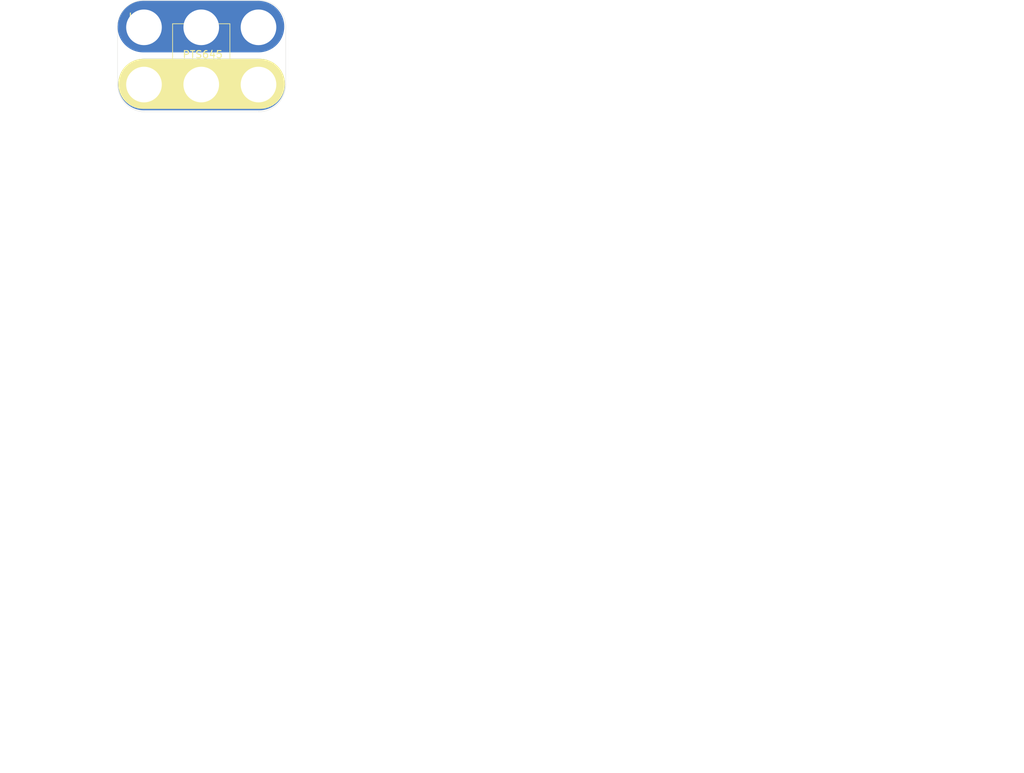
<source format=kicad_pcb>
(kicad_pcb (version 4) (host pcbnew 4.0.5-e0-6337~49~ubuntu16.04.1)

  (general
    (links 8)
    (no_connects 8)
    (area 104.572999 74.854999 178.510001 123.265001)
    (thickness 1.6)
    (drawings 1)
    (tracks 0)
    (zones 0)
    (modules 1)
    (nets 3)
  )

  (page USLetter)
  (title_block
    (title "2x3 6mm Square SMT Pushbutton Module")
    (date "31 Jan 2017")
    (rev 1.0)
    (company "All rights reserved.")
    (comment 1 help@browndoggadgets.com)
    (comment 2 http://browndoggadgets.com/)
    (comment 3 "Brown Dog Gadgets")
  )

  (layers
    (0 F.Cu signal)
    (31 B.Cu signal)
    (34 B.Paste user)
    (35 F.Paste user)
    (36 B.SilkS user)
    (37 F.SilkS user)
    (38 B.Mask user)
    (39 F.Mask user)
    (40 Dwgs.User user)
    (44 Edge.Cuts user)
    (46 B.CrtYd user)
    (47 F.CrtYd user)
    (48 B.Fab user)
    (49 F.Fab user)
  )

  (setup
    (last_trace_width 0.254)
    (user_trace_width 0.1524)
    (user_trace_width 0.254)
    (user_trace_width 0.3302)
    (user_trace_width 0.508)
    (user_trace_width 0.762)
    (user_trace_width 1.27)
    (trace_clearance 0.254)
    (zone_clearance 0.508)
    (zone_45_only no)
    (trace_min 0.1524)
    (segment_width 0.1524)
    (edge_width 0.1524)
    (via_size 0.6858)
    (via_drill 0.3302)
    (via_min_size 0.6858)
    (via_min_drill 0.3302)
    (user_via 0.6858 0.3302)
    (user_via 0.762 0.4064)
    (user_via 0.8636 0.508)
    (uvia_size 0.6858)
    (uvia_drill 0.3302)
    (uvias_allowed no)
    (uvia_min_size 0)
    (uvia_min_drill 0)
    (pcb_text_width 0.1524)
    (pcb_text_size 1.016 1.016)
    (mod_edge_width 0.1524)
    (mod_text_size 1.016 1.016)
    (mod_text_width 0.1524)
    (pad_size 1.524 1.524)
    (pad_drill 0.762)
    (pad_to_mask_clearance 0.0762)
    (solder_mask_min_width 0.1016)
    (pad_to_paste_clearance -0.0762)
    (aux_axis_origin 0 0)
    (visible_elements FFFEDF7D)
    (pcbplotparams
      (layerselection 0x310fc_80000001)
      (usegerberextensions true)
      (excludeedgelayer true)
      (linewidth 0.100000)
      (plotframeref false)
      (viasonmask false)
      (mode 1)
      (useauxorigin false)
      (hpglpennumber 1)
      (hpglpenspeed 20)
      (hpglpendiameter 15)
      (hpglpenoverlay 2)
      (psnegative false)
      (psa4output false)
      (plotreference true)
      (plotvalue true)
      (plotinvisibletext false)
      (padsonsilk false)
      (subtractmaskfromsilk false)
      (outputformat 1)
      (mirror false)
      (drillshape 0)
      (scaleselection 1)
      (outputdirectory gerbers))
  )

  (net 0 "")
  (net 1 /2)
  (net 2 /1)

  (net_class Default "This is the default net class."
    (clearance 0.254)
    (trace_width 0.254)
    (via_dia 0.6858)
    (via_drill 0.3302)
    (uvia_dia 0.6858)
    (uvia_drill 0.3302)
    (add_net /1)
    (add_net /2)
  )

  (module Crazy_Circuits:SWITCH-6mm-SQUARE-PTS645-SMT-2x3 (layer F.Cu) (tedit 58A2AE38) (tstamp 5890D4DF)
    (at 23.2938 56.6674)
    (descr "2x4 Pushbutton B3FS-4000 SMT")
    (tags "2x4 Pushbutton B3FS-4000 SMT")
    (path /5877E7CA)
    (fp_text reference SW1 (at 8 -4) (layer F.Fab)
      (effects (font (size 1 1) (thickness 0.15)))
    )
    (fp_text value PTS645 (at 3.6 5) (layer F.Fab) hide
      (effects (font (size 1 1) (thickness 0.15)))
    )
    (fp_line (start 12 -0.5) (end 4 -0.5) (layer F.SilkS) (width 0.1))
    (fp_line (start 12 -8.5) (end 12 -0.5) (layer F.SilkS) (width 0.1))
    (fp_line (start 4 -8.5) (end 12 -8.5) (layer F.SilkS) (width 0.1))
    (fp_line (start 4 -0.5) (end 4 -8.5) (layer F.SilkS) (width 0.1))
    (fp_line (start 11 -1.5) (end 5 -1.5) (layer F.Fab) (width 0.04064))
    (fp_line (start 11 -7.5) (end 11 -1.5) (layer F.Fab) (width 0.04064))
    (fp_line (start 5 -7.5) (end 11 -7.5) (layer F.Fab) (width 0.04064))
    (fp_line (start 5 -1.5) (end 5 -7.5) (layer F.Fab) (width 0.04064))
    (fp_text user PTS645 (at 8.2 -4.2) (layer F.SilkS)
      (effects (font (size 1 1) (thickness 0.15)))
    )
    (fp_line (start 16.2 -0.1) (end -0.1 -0.1) (layer F.SilkS) (width 7))
    (fp_arc (start 0.106632 -8.00018) (end -3.693368 -7.90018) (angle 89.9) (layer Edge.Cuts) (width 0.04064))
    (fp_arc (start 0.111824 0) (end 0 3.8) (angle 88.31442243) (layer Edge.Cuts) (width 0.04064))
    (fp_arc (start 16 0) (end 19.8 -0.1) (angle 91.50743576) (layer Edge.Cuts) (width 0.04064))
    (fp_arc (start 16 -8) (end 15.9 -11.8) (angle 91.50743576) (layer Edge.Cuts) (width 0.04064))
    (fp_line (start 19.8 -8) (end 19.8 0) (layer Edge.Cuts) (width 0.04064))
    (fp_line (start 15.9 -11.8) (end 0 -11.8) (layer Edge.Cuts) (width 0.04064))
    (fp_line (start 16.1 3.8) (end 0 3.8) (layer Edge.Cuts) (width 0.04064))
    (fp_line (start -3.7 -8) (end -3.7 0) (layer Edge.Cuts) (width 0.04064))
    (fp_arc (start 0.106632 -8.00018) (end -3.693368 -7.90018) (angle 89.9) (layer F.Fab) (width 0.04064))
    (fp_arc (start 0.111824 0) (end 0 3.8) (angle 88.31442243) (layer F.Fab) (width 0.04064))
    (fp_arc (start 16 0) (end 19.8 -0.1) (angle 91.50743576) (layer F.Fab) (width 0.04064))
    (fp_arc (start 16 -8) (end 15.9 -11.8) (angle 91.50743576) (layer F.Fab) (width 0.04064))
    (fp_line (start 19.8 -8) (end 19.8 0) (layer F.Fab) (width 0.04064))
    (fp_line (start 15.9 -11.8) (end 0 -11.8) (layer F.Fab) (width 0.04064))
    (fp_line (start 16 3.8) (end 0 3.8) (layer F.Fab) (width 0.04064))
    (fp_line (start -3.7 -8) (end -3.7 0) (layer F.Fab) (width 0.04064))
    (fp_line (start 10.1 2) (end 10.1 -0.25) (layer F.SilkS) (width 0.1524))
    (fp_line (start -1.9 -0.25) (end -1.9 2) (layer F.SilkS) (width 0.1524))
    (fp_line (start -1.9 -10) (end -1.9 -7.75) (layer F.SilkS) (width 0.1524))
    (fp_line (start 16.1 0) (end 0 0) (layer B.Cu) (width 7.2))
    (fp_line (start 16.1 0) (end 0 0) (layer B.Mask) (width 7.2))
    (fp_line (start 16.1 0) (end 0 0) (layer F.Cu) (width 5))
    (fp_line (start 16 -8.1) (end -0.3 -8.1) (layer F.Cu) (width 5))
    (fp_line (start 16 -8.1) (end -0.1 -8.1) (layer B.Cu) (width 7.2))
    (fp_line (start 16 -8.1) (end -0.1 -8.1) (layer B.Mask) (width 7.2))
    (pad 1 thru_hole circle (at 0 -8 270) (size 6 6) (drill 4.98) (layers *.Cu B.Mask)
      (net 2 /1))
    (pad 2 thru_hole circle (at 8 -8 270) (size 6 6) (drill 4.98) (layers *.Cu B.Mask)
      (net 2 /1))
    (pad 4 thru_hole circle (at 8 0 270) (size 6 6) (drill 4.98) (layers *.Cu B.Mask)
      (net 1 /2))
    (pad 3 thru_hole circle (at 0 0 270) (size 6 6) (drill 4.98) (layers *.Cu B.Mask)
      (net 1 /2))
    (pad 3 smd rect (at 4 -2.2) (size 1.55 1.3) (layers F.Cu F.Paste F.Mask)
      (net 1 /2) (solder_mask_margin 0.0762))
    (pad 1 smd rect (at 4 -6.7) (size 1.55 1.3) (layers F.Cu F.Paste F.Mask)
      (net 2 /1) (solder_mask_margin 0.0762))
    (pad 4 smd rect (at 11.95 -2.2) (size 1.55 1.3) (layers F.Cu F.Paste F.Mask)
      (net 1 /2) (solder_mask_margin 0.0762))
    (pad 2 smd rect (at 11.95 -6.7) (size 1.55 1.3) (layers F.Cu F.Paste F.Mask)
      (net 2 /1) (solder_mask_margin 0.0762))
    (pad 2 thru_hole circle (at 16 -8 270) (size 6 6) (drill 4.98) (layers *.Cu B.Mask)
      (net 2 /1))
    (pad 4 thru_hole circle (at 16 0 270) (size 6 6) (drill 4.98) (layers *.Cu B.Mask)
      (net 1 /2))
  )

  (gr_text "FABRICATION NOTES\n\n1. THIS IS A 2 LAYER BOARD. \n2. EXTERNAL LAYERS SHALL HAVE 1 OZ COPPER.\n3. MATERIAL: FR4 AND 0.062 INCH +/- 10% THICK.\n4. BOARDS SHALL BE ROHS COMPLIANT. \n5. MANUFACTURE IN ACCORDANCE WITH IPC-6012 CLASS 2\n6. MASK: BOTH SIDES OF THE BOARD SHALL HAVE \n   SOLDER MASK (RED) OVER BARE COPPER. \n7. SILK: BOTH SIDES OF THE BOARD SHALL HAVE WHITE SILK. \n   DO NOT PLACE SILK OVER BARE COPPER.\n8. FINISH: ENIG.\n9. MINIMUM TRACE WIDTH - 0.006 INCH.\n   MINIMUM SPACE - 0.006 INCH.\n   MINIMUM HOLE DIA - 0.013 INCH. \n10. MAX HOLE PLACEMENT TOLERANCE OF +/- 0.003 INCH.\n11. MAX HOLE DIAMETER TOLERANCE OF +/- 0.003 INCH AFTER PLATING." (at 3.175 118.2878) (layer Dwgs.User)
    (effects (font (size 2.54 2.54) (thickness 0.254)) (justify left))
  )

)

</source>
